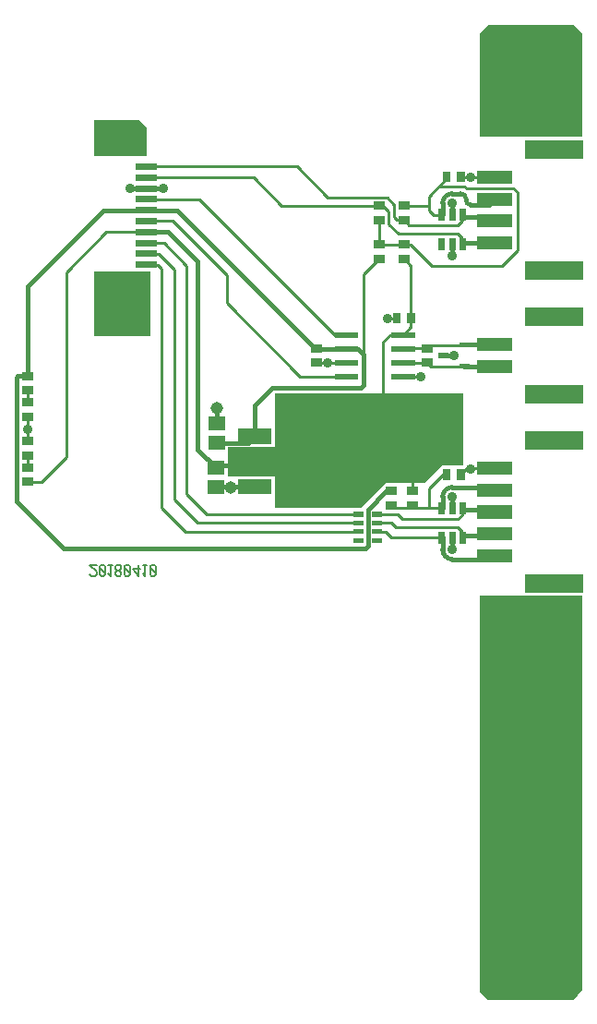
<source format=gbr>
G04 start of page 3 for group 1 idx 1 *
G04 Title: fet12connectors, bottom *
G04 Creator: pcb 20140316 *
G04 CreationDate: Thu 12 Apr 2018 02:27:47 AM GMT UTC *
G04 For: brian *
G04 Format: Gerber/RS-274X *
G04 PCB-Dimensions (mil): 6000.00 5000.00 *
G04 PCB-Coordinate-Origin: lower left *
%MOIN*%
%FSLAX25Y25*%
%LNBOTTOM*%
%ADD38C,0.2150*%
%ADD37C,0.0250*%
%ADD36C,0.0200*%
%ADD35C,0.0450*%
%ADD34C,0.0360*%
%ADD33R,0.0200X0.0200*%
%ADD32R,0.0177X0.0177*%
%ADD31R,0.0827X0.0827*%
%ADD30R,0.0236X0.0236*%
%ADD29R,0.1220X0.1220*%
%ADD28R,0.0560X0.0560*%
%ADD27R,0.0512X0.0512*%
%ADD26R,0.0295X0.0295*%
%ADD25R,0.0669X0.0669*%
%ADD24R,0.0189X0.0189*%
%ADD23R,0.0472X0.0472*%
%ADD22C,0.2350*%
%ADD21C,0.0080*%
%ADD20C,0.0150*%
%ADD19C,0.0100*%
%ADD18C,0.0001*%
G54D18*G36*
X260000Y257000D02*Y267500D01*
X277000D01*
Y287000D01*
X345000D01*
Y261000D01*
X337500D01*
X331000Y254500D01*
X317000D01*
X308000Y245500D01*
X277000D01*
Y257000D01*
X260000D01*
G37*
G36*
X351000Y214000D02*X366893D01*
X366938Y213972D01*
X367084Y213912D01*
X367237Y213875D01*
X367394Y213866D01*
X388000Y213875D01*
Y71500D01*
X385000Y68000D01*
X354000D01*
X351000Y71000D01*
Y214000D01*
G37*
G36*
Y379500D02*Y417000D01*
X354000Y420000D01*
X385000D01*
X388000Y417000D01*
Y379500D01*
X351000D01*
G37*
G36*
X211500Y331000D02*X232000D01*
Y307500D01*
X211500D01*
Y331000D01*
G37*
G36*
Y385500D02*X228000D01*
X230500Y383000D01*
Y372500D01*
X211500D01*
Y385500D01*
G37*
G54D19*X345437Y296563D02*X345319Y296681D01*
X345437Y304437D02*X345319Y304319D01*
G54D20*X356252Y341189D02*X344689D01*
X356500Y350500D02*X344500D01*
G54D19*X344740Y340685D02*Y342760D01*
G54D20*X337681Y300500D02*X341500D01*
G54D19*X345319Y296681D02*X333260D01*
X332000Y297941D01*
X323309D01*
X323250Y298000D01*
G54D20*X356252Y296563D02*X345437D01*
G54D19*X345319Y304319D02*X333260D01*
G54D20*X356252Y304437D02*X345437D01*
G54D19*X333260Y304319D02*X332000Y303059D01*
X326000Y332941D02*Y310750D01*
X332000Y303059D02*X323309D01*
G54D20*X341000Y340685D02*Y336500D01*
G54D19*X326000Y340500D02*X333500Y333000D01*
X359000D01*
X323500Y335441D02*X326000Y332941D01*
X323309Y303059D02*X323250Y303000D01*
G54D20*X307000D02*X309000Y301000D01*
G54D19*X326000Y340500D02*X314559D01*
X314500Y340559D01*
Y335441D02*X309000Y329941D01*
Y301000D01*
X317500Y314000D02*X320941D01*
X326000Y310750D02*X323250Y308000D01*
X318500D01*
X316000Y305500D01*
X337260Y351315D02*X334185D01*
X332500Y353000D01*
Y358000D01*
G54D20*X337500Y355500D02*Y351500D01*
G54D19*X339441Y365000D02*Y364941D01*
X332500Y358000D02*X339441Y364941D01*
X344740Y351315D02*Y349240D01*
X343000Y347500D01*
G54D20*X341000Y359000D02*X344000D01*
X341000Y351315D02*Y355500D01*
G54D19*X345500Y361500D02*X336000D01*
X325441Y347500D02*X323500Y349441D01*
X321500Y344500D02*X318000Y348000D01*
X323470Y349470D02*X321030D01*
X316000Y354500D02*X314500D01*
Y349441D02*Y340500D01*
X318000Y348000D02*Y352500D01*
X316000Y354500D01*
X321030Y349470D02*X320000Y350500D01*
Y355000D01*
X317500Y357500D01*
X363000Y361000D02*X364500Y359500D01*
Y338500D01*
X344559Y365000D02*X356063D01*
X356252Y364811D01*
X363000Y361000D02*X346000D01*
X345500Y361500D01*
G54D20*X346000Y356500D02*Y357000D01*
X347500Y355000D02*X354315D01*
X356252Y356937D01*
G54D19*X364500Y338500D02*X359000Y333000D01*
G54D20*X345000Y245000D02*X355000D01*
G54D19*X344500D02*Y243000D01*
X343000Y241500D01*
X317075Y236925D02*X319000Y235000D01*
X337500D01*
G54D20*X355000Y235500D02*X345000D01*
G54D19*X344740Y234685D02*Y236760D01*
X343000Y238500D01*
G54D20*X341000Y234685D02*Y230500D01*
X337500D02*Y235000D01*
X355000Y227000D02*X341000D01*
G54D19*X337500Y245500D02*X318500D01*
X318925Y240075D02*X320500Y238500D01*
X343000Y241500D02*X323000D01*
X343000Y238500D02*X320500D01*
G54D20*X341000Y245315D02*Y249500D01*
X337500D02*Y245500D01*
X355500Y253000D02*X341000D01*
G54D19*X356252Y259748D02*X347748D01*
X347500Y259500D01*
X346059D01*
X344059Y257500D01*
X338941D02*X337500D01*
X332500Y252500D01*
X326500Y251559D02*Y257500D01*
X322000Y262000D01*
X332500Y252500D02*Y245500D01*
X344740Y342760D02*X343000Y344500D01*
Y347500D02*X325441D01*
X343000Y344500D02*X321500D01*
X323500Y354559D02*X332441D01*
X332500Y354500D01*
X317500Y357500D02*X296000D01*
X314500Y354559D02*X279441D01*
X302750Y298000D02*X292059D01*
X292000Y297941D01*
X302750Y308000D02*X298500D01*
G54D20*X307000Y303000D02*X291500D01*
G54D19*X321276Y243224D02*X313846D01*
X323000Y241500D02*X321276Y243224D01*
X307154D02*X252276D01*
X307154Y240075D02*X248925D01*
X313846D02*X318925D01*
X313846Y236925D02*X317075D01*
X307154D02*X244575D01*
G54D20*X269600Y253200D02*X255743D01*
G54D19*X252276Y243224D02*X245000Y250500D01*
X248925Y240075D02*X240500Y248500D01*
X244575Y236925D02*X236000Y245500D01*
G54D20*X200500Y231000D02*X309500D01*
X310500Y232000D01*
Y245000D01*
X319000Y251559D02*X317059D01*
X310500Y245000D02*X317059Y251559D01*
X269500Y271200D02*X267257Y268957D01*
X254543Y261000D02*X268400D01*
X269600Y262200D01*
G54D19*X187500Y278441D02*Y269559D01*
Y260059D02*Y264441D01*
G54D20*X276000Y289000D02*X269500Y282500D01*
Y271200D01*
G54D19*X316000Y284200D02*X294000Y262200D01*
X322000Y262000D02*X294000D01*
X201500Y264000D02*X192500Y255000D01*
X187500D01*
G54D20*X183500Y248000D02*X200500Y231000D01*
X183500Y292500D02*Y248000D01*
G54D19*X201500Y264000D02*Y330689D01*
G54D20*X187500Y293059D02*Y325500D01*
G54D19*X240500Y248500D02*Y331500D01*
X236000Y245500D02*Y332000D01*
G54D20*X309000Y301000D02*Y290000D01*
X308000Y289000D01*
X276000D01*
G54D19*X302750Y293000D02*X286000D01*
X329500D02*X323250D01*
X316000Y305500D02*Y284200D01*
X187500Y287941D02*Y283559D01*
G54D20*Y293059D02*X184059D01*
X183500Y292500D01*
X256000Y281500D02*Y276043D01*
X255743Y253200D02*X255500Y252957D01*
X267257Y268957D02*X256000D01*
X249000Y266543D02*X255500Y260043D01*
X249000Y266543D02*Y334500D01*
G54D19*X245000Y250500D02*Y333000D01*
X230500Y349031D02*X239969D01*
X230500Y356906D02*X249594D01*
G54D20*X224500Y361000D02*X236500D01*
G54D19*X230500Y364780D02*X269220D01*
G54D20*X241500Y353000D02*X215000D01*
X230500Y345094D02*X238406D01*
G54D19*X230500D02*X215906D01*
X236843Y341157D02*X230500D01*
X234780Y337220D02*X230500D01*
X245000Y333000D02*X236843Y341157D01*
X240500Y331500D02*X234780Y337220D01*
X236000Y332000D02*X234717Y333283D01*
X230500D01*
X215906Y345094D02*X201500Y330689D01*
G54D20*X215000Y353000D02*X187500Y325500D01*
G54D19*X230500Y368717D02*X284783D01*
X296000Y357500D01*
X269220Y364780D02*X279441Y354559D01*
X298500Y308000D02*X249594Y356906D01*
G54D20*X291500Y303000D02*X241500Y353000D01*
G54D19*X286000Y293000D02*X259500Y319500D01*
Y329500D01*
X239969Y349031D01*
G54D20*X238406Y345094D02*X249000Y334500D01*
X341000Y359000D02*G75*G03X337500Y355500I0J-3500D01*G01*
X341000Y227000D02*G75*G02X337500Y230500I0J3500D01*G01*
X341000Y253000D02*G75*G03X337500Y249500I0J-3500D01*G01*
X346000Y357000D02*G75*G03X344000Y359000I-2000J0D01*G01*
X346000Y356500D02*G75*G03X347500Y355000I1500J0D01*G01*
G54D21*X210000Y221470D02*X210490Y220980D01*
X211960D01*
X212450Y221470D01*
Y222450D01*
X210000Y224900D02*X212450Y222450D01*
X210000Y224900D02*X212450D01*
X213626Y224410D02*X214116Y224900D01*
X213626Y221470D02*Y224410D01*
Y221470D02*X214116Y220980D01*
X215096D01*
X215586Y221470D01*
Y224410D01*
X215096Y224900D02*X215586Y224410D01*
X214116Y224900D02*X215096D01*
X213626Y223920D02*X215586Y221960D01*
X216762Y221764D02*X217546Y220980D01*
Y224900D01*
X216762D02*X218232D01*
X219408Y224410D02*X219898Y224900D01*
X219408Y223626D02*Y224410D01*
Y223626D02*X220094Y222940D01*
X220682D01*
X221368Y223626D01*
Y224410D01*
X220878Y224900D02*X221368Y224410D01*
X219898Y224900D02*X220878D01*
X219408Y222254D02*X220094Y222940D01*
X219408Y221470D02*Y222254D01*
Y221470D02*X219898Y220980D01*
X220878D01*
X221368Y221470D01*
Y222254D01*
X220682Y222940D02*X221368Y222254D01*
X222544Y224410D02*X223034Y224900D01*
X222544Y221470D02*Y224410D01*
Y221470D02*X223034Y220980D01*
X224014D01*
X224504Y221470D01*
Y224410D01*
X224014Y224900D02*X224504Y224410D01*
X223034Y224900D02*X224014D01*
X222544Y223920D02*X224504Y221960D01*
X225680Y223430D02*X227640Y220980D01*
X225680Y223430D02*X228130D01*
X227640Y220980D02*Y224900D01*
X229306Y221764D02*X230090Y220980D01*
Y224900D01*
X229306D02*X230776D01*
X231952Y224410D02*X232442Y224900D01*
X231952Y221470D02*Y224410D01*
Y221470D02*X232442Y220980D01*
X233422D01*
X233912Y221470D01*
Y224410D01*
X233422Y224900D02*X233912Y224410D01*
X232442Y224900D02*X233422D01*
X231952Y223920D02*X233912Y221960D01*
G54D22*X369500Y401500D03*
Y192000D03*
Y86500D03*
G54D23*X352315Y304437D02*X360189D01*
G54D24*X344394Y304319D02*X346244D01*
G54D23*X352315Y296563D02*X360189D01*
G54D24*X344394Y296681D02*X346244D01*
G54D25*X370740Y286524D02*X384913D01*
X370740Y314476D02*X384913D01*
X370740Y331150D02*X384913D01*
G54D26*X187008Y287941D02*X187992D01*
X187008Y293059D02*X187992D01*
X187008Y283559D02*X187992D01*
X187008Y278441D02*X187992D01*
G54D27*X255607Y268957D02*X256393D01*
G54D28*X266300Y271300D02*X272900D01*
G54D27*X255607Y276043D02*X256393D01*
X255107Y260043D02*X255893D01*
G54D26*X187008Y264441D02*X187992D01*
X187008Y269559D02*X187992D01*
X187008Y260059D02*X187992D01*
X187008Y254941D02*X187992D01*
G54D27*X255107Y252957D02*X255893D01*
G54D28*X266300Y253200D02*X272900D01*
X266300Y262200D02*X272900D01*
G54D29*X294000Y266700D02*Y257700D01*
G54D30*X344740Y352299D02*Y350331D01*
X341000Y352299D02*Y350331D01*
X337260Y352299D02*Y350331D01*
Y341669D02*Y339701D01*
X341000Y341669D02*Y339701D01*
X344740Y341669D02*Y339701D01*
G54D26*X338941Y365492D02*Y364508D01*
X344059Y365492D02*Y364508D01*
G54D23*X352315Y364811D02*X360189D01*
X352315Y356937D02*X360189D01*
X352315Y349063D02*X360189D01*
X352315Y341189D02*X360189D01*
G54D26*X323008Y354559D02*X323992D01*
X323008Y349441D02*X323992D01*
X323008Y335441D02*X323992D01*
X323008Y340559D02*X323992D01*
X314008Y349441D02*X314992D01*
X314008Y335441D02*X314992D01*
X314008Y340559D02*X314992D01*
X314008Y354559D02*X314992D01*
G54D25*X370740Y374850D02*X384913D01*
G54D30*X227941Y333283D02*X233059D01*
X227941Y337220D02*X233059D01*
X227941Y341157D02*X233059D01*
X227941Y345094D02*X233059D01*
G54D31*X219870Y320882D02*X222626D01*
G54D30*X227941Y349031D02*X233059D01*
X227941Y352969D02*X233059D01*
X227941Y356906D02*X233059D01*
X227941Y360843D02*X233059D01*
X227941Y364780D02*X233059D01*
X227941Y368717D02*X233059D01*
G54D31*X219870Y381118D02*X222626D01*
G54D32*X306268Y243224D02*X308039D01*
G54D26*X291508Y303059D02*X292492D01*
X291508Y297941D02*X292492D01*
G54D33*X299500Y293000D02*X306000D01*
X299500Y298000D02*X306000D01*
X299500Y303000D02*X306000D01*
G54D26*X326059Y314492D02*Y313508D01*
X320941Y314492D02*Y313508D01*
G54D33*X320000Y308000D02*X326500D01*
G54D24*X336756Y300500D02*X338606D01*
G54D33*X299500Y308000D02*X306000D01*
G54D26*X331508Y297941D02*X332492D01*
X331508Y303059D02*X332492D01*
G54D33*X320000Y303000D02*X326500D01*
X320000Y298000D02*X326500D01*
X320000Y293000D02*X326500D01*
G54D26*X318508Y251559D02*X319492D01*
X318508Y246441D02*X319492D01*
G54D23*X352315Y228252D02*X360189D01*
G54D25*X370740Y218213D02*X384913D01*
X370740Y269787D02*X384913D01*
G54D23*X352315Y259748D02*X360189D01*
X352315Y251874D02*X360189D01*
X352315Y244000D02*X360189D01*
X352315Y236126D02*X360189D01*
G54D32*X312961Y243224D02*X314732D01*
G54D26*X326008Y251559D02*X326992D01*
X326008Y246441D02*X326992D01*
G54D32*X306268Y240075D02*X308039D01*
X306268Y236925D02*X308039D01*
X306268Y233776D02*X308039D01*
X312961Y240075D02*X314732D01*
X312961Y236925D02*X314732D01*
X312961Y233776D02*X314732D01*
G54D26*X338941Y257992D02*Y257008D01*
X344059Y257992D02*Y257008D01*
G54D30*X344740Y246299D02*Y244331D01*
X341000Y246299D02*Y244331D01*
X337260Y246299D02*Y244331D01*
Y235669D02*Y233701D01*
X341000Y235669D02*Y233701D01*
X344740Y235669D02*Y233701D01*
G54D34*X341500Y300500D03*
X347500Y365000D03*
X341000Y336500D03*
Y355500D03*
X347500Y259500D03*
X341000Y230500D03*
Y249500D03*
G54D35*X261000Y253000D03*
X256000Y281500D03*
G54D34*X296000Y298000D03*
X329500Y293000D03*
X317500Y314000D03*
X187500Y274000D03*
X236500Y361000D03*
X224500D03*
G54D36*G54D37*G54D36*G54D38*M02*

</source>
